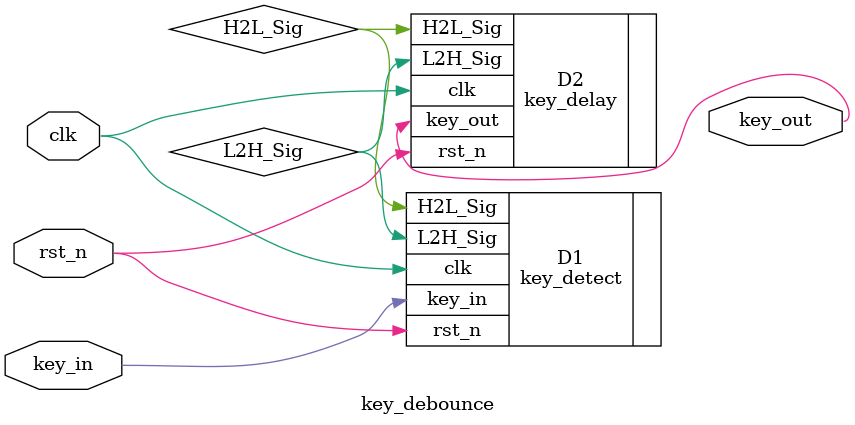
<source format=v>
`timescale 1ns / 1ps
module key_debounce
(
    clk,
    rst_n,
    key_in,
    key_out
);

    input clk;
    input rst_n;
    input key_in;
    output key_out;
    
    
    wire H2L_Sig;
    wire L2H_Sig;
    
    key_detect D1
    (
        .clk(clk),
        .rst_n(rst_n),
        .key_in(key_in),
        .H2L_Sig(H2L_Sig),
        .L2H_Sig(L2H_Sig)
    );
    
    key_delay D2
    (
        .clk(clk),
        .rst_n(rst_n),
        .H2L_Sig(H2L_Sig),
        .L2H_Sig(L2H_Sig),
        .key_out(key_out)
    );

endmodule


</source>
